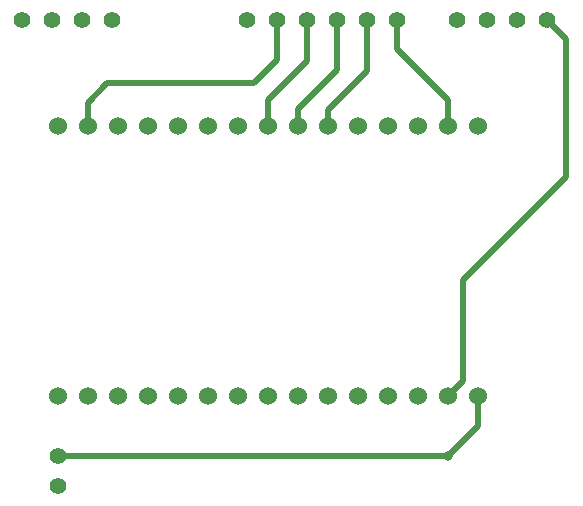
<source format=gbr>
%TF.GenerationSoftware,KiCad,Pcbnew,7.0.1*%
%TF.CreationDate,2023-04-17T15:40:40+09:00*%
%TF.ProjectId,Laser Pointer,4c617365-7220-4506-9f69-6e7465722e6b,rev?*%
%TF.SameCoordinates,Original*%
%TF.FileFunction,Copper,L1,Top*%
%TF.FilePolarity,Positive*%
%FSLAX46Y46*%
G04 Gerber Fmt 4.6, Leading zero omitted, Abs format (unit mm)*
G04 Created by KiCad (PCBNEW 7.0.1) date 2023-04-17 15:40:40*
%MOMM*%
%LPD*%
G01*
G04 APERTURE LIST*
%TA.AperFunction,ComponentPad*%
%ADD10C,1.400000*%
%TD*%
%TA.AperFunction,ComponentPad*%
%ADD11C,1.524000*%
%TD*%
%TA.AperFunction,ViaPad*%
%ADD12C,0.800000*%
%TD*%
%TA.AperFunction,Conductor*%
%ADD13C,0.500000*%
%TD*%
%TA.AperFunction,Conductor*%
%ADD14C,0.000000*%
%TD*%
G04 APERTURE END LIST*
D10*
%TO.P,GND,1*%
%TO.N,N/C*%
X104140000Y-119380000D03*
%TO.P,GND,2*%
X104140000Y-121920000D03*
%TD*%
D11*
%TO.P,LaserPointer ver.A,1*%
%TO.N,N/C*%
X104140000Y-114300000D03*
%TO.P,LaserPointer ver.A,2*%
X106680000Y-114300000D03*
%TO.P,LaserPointer ver.A,3*%
X109220000Y-114300000D03*
%TO.P,LaserPointer ver.A,4*%
X111760000Y-114300000D03*
%TO.P,LaserPointer ver.A,5*%
X114300000Y-114300000D03*
%TO.P,LaserPointer ver.A,6*%
X116840000Y-114300000D03*
%TO.P,LaserPointer ver.A,7*%
X119380000Y-114300000D03*
%TO.P,LaserPointer ver.A,8*%
X121920000Y-114300000D03*
%TO.P,LaserPointer ver.A,9*%
X124460000Y-114300000D03*
%TO.P,LaserPointer ver.A,10*%
X127000000Y-114300000D03*
%TO.P,LaserPointer ver.A,11*%
X129540000Y-114300000D03*
%TO.P,LaserPointer ver.A,12*%
X132080000Y-114300000D03*
%TO.P,LaserPointer ver.A,13*%
X134620000Y-114300000D03*
%TO.P,LaserPointer ver.A,14*%
X137160000Y-114300000D03*
%TO.P,LaserPointer ver.A,15*%
X139700000Y-114300000D03*
%TO.P,LaserPointer ver.A,16*%
X139700000Y-91440000D03*
%TO.P,LaserPointer ver.A,17*%
X137160000Y-91440000D03*
%TO.P,LaserPointer ver.A,18*%
X134620000Y-91440000D03*
%TO.P,LaserPointer ver.A,19*%
X132080000Y-91440000D03*
%TO.P,LaserPointer ver.A,20*%
X129540000Y-91440000D03*
%TO.P,LaserPointer ver.A,21*%
X127000000Y-91440000D03*
%TO.P,LaserPointer ver.A,22*%
X124460000Y-91440000D03*
%TO.P,LaserPointer ver.A,23*%
X121920000Y-91440000D03*
%TO.P,LaserPointer ver.A,24*%
X119380000Y-91440000D03*
%TO.P,LaserPointer ver.A,25*%
X116840000Y-91440000D03*
%TO.P,LaserPointer ver.A,26*%
X114300000Y-91440000D03*
%TO.P,LaserPointer ver.A,27*%
X111760000Y-91440000D03*
%TO.P,LaserPointer ver.A,28*%
X109220000Y-91440000D03*
%TO.P,LaserPointer ver.A,29*%
X106680000Y-91440000D03*
%TO.P,LaserPointer ver.A,30*%
X104140000Y-91440000D03*
%TD*%
D10*
%TO.P,1x4 2.54mm Wafer,1*%
%TO.N,N/C*%
X108732696Y-82503210D03*
X106192696Y-82503210D03*
X103652696Y-82503210D03*
X101112696Y-82503210D03*
%TD*%
%TO.P,1x4 2.54mm Wafer,1*%
%TO.N,N/C*%
X145562696Y-82503210D03*
X143022696Y-82503210D03*
X140482696Y-82503210D03*
X137942696Y-82503210D03*
%TD*%
%TO.P,1x4 2.54mm Wafer,1*%
%TO.N,N/C*%
X132862696Y-82503210D03*
X130322696Y-82503210D03*
X127782696Y-82503210D03*
X125242696Y-82503210D03*
X122702696Y-82503210D03*
X120162696Y-82503210D03*
%TD*%
D12*
%TO.N,*%
X137160000Y-119380000D03*
%TD*%
D13*
%TO.N,*%
X147160000Y-84100514D02*
X145562696Y-82503210D01*
X138400000Y-104520000D02*
X147160000Y-95760000D01*
X147160000Y-95760000D02*
X147160000Y-84100514D01*
X138400000Y-113060000D02*
X138400000Y-104520000D01*
X137160000Y-114300000D02*
X138400000Y-113060000D01*
X137160000Y-89280000D02*
X132862696Y-84982696D01*
X132862696Y-84982696D02*
X132862696Y-82503210D01*
X137160000Y-91440000D02*
X137160000Y-89280000D01*
X124460000Y-90070000D02*
X127782696Y-86747304D01*
X127782696Y-86747304D02*
X127782696Y-82503210D01*
X124460000Y-91440000D02*
X124460000Y-90070000D01*
X130322696Y-86807304D02*
X130322696Y-82503210D01*
X127000000Y-91440000D02*
X127000000Y-90130000D01*
X127000000Y-90130000D02*
X130322696Y-86807304D01*
X127200000Y-91130000D02*
X127000000Y-91330000D01*
X127000000Y-91440000D02*
X127000000Y-91330000D01*
X125242696Y-85957304D02*
X125242696Y-82503210D01*
X121920000Y-89280000D02*
X125242696Y-85957304D01*
X121920000Y-91440000D02*
X121920000Y-89280000D01*
X120710000Y-87860000D02*
X122702696Y-85867304D01*
X108320000Y-87860000D02*
X120710000Y-87860000D01*
X122702696Y-85867304D02*
X122702696Y-82503210D01*
X106680000Y-89500000D02*
X108320000Y-87860000D01*
X106680000Y-91440000D02*
X106680000Y-89500000D01*
D14*
X106680000Y-91440000D02*
X106770000Y-91350000D01*
D13*
X139700000Y-116840000D02*
X139700000Y-114300000D01*
X137160000Y-119380000D02*
X104140000Y-119380000D01*
X137160000Y-119380000D02*
X139700000Y-116840000D01*
%TD*%
M02*

</source>
